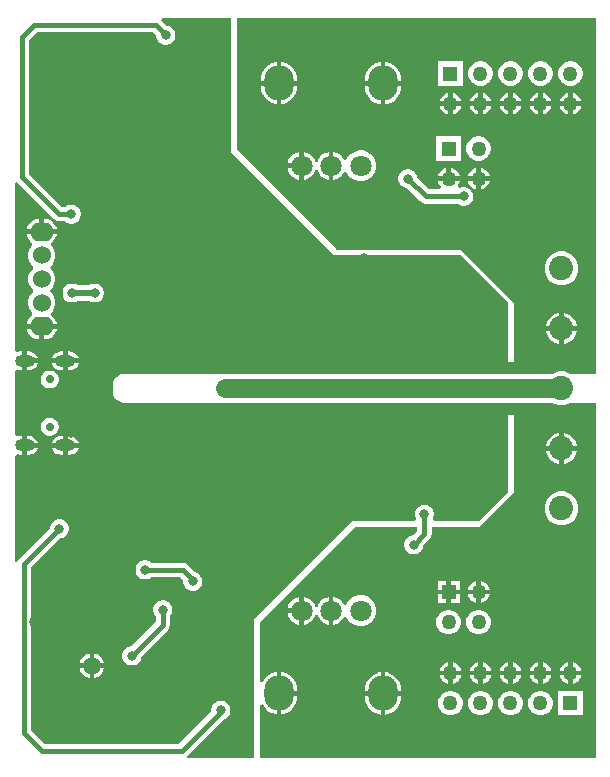
<source format=gbl>
G04*
G04 #@! TF.GenerationSoftware,Altium Limited,Altium Designer,21.2.2 (38)*
G04*
G04 Layer_Physical_Order=2*
G04 Layer_Color=16711680*
%FSLAX25Y25*%
%MOIN*%
G70*
G04*
G04 #@! TF.SameCoordinates,07A13E0E-324E-433A-AF3E-5CD10A4A6765*
G04*
G04*
G04 #@! TF.FilePolarity,Positive*
G04*
G01*
G75*
%ADD81C,0.01575*%
%ADD82C,0.01968*%
%ADD87C,0.06299*%
%ADD88O,0.09843X0.11811*%
%ADD89C,0.07087*%
%ADD90C,0.08071*%
%ADD91C,0.06000*%
%ADD92O,0.07874X0.06299*%
%ADD93C,0.05906*%
%ADD94C,0.05000*%
%ADD95R,0.05000X0.05000*%
%ADD96O,0.06693X0.03937*%
%ADD97C,0.02756*%
%ADD98R,0.05000X0.05000*%
%ADD99C,0.04724*%
%ADD100C,0.03150*%
G36*
X229890Y149450D02*
X221471D01*
X220669Y149913D01*
X219243Y150295D01*
X217765D01*
X216338Y149913D01*
X215537Y149450D01*
X106299D01*
X106299Y149450D01*
X72679Y149450D01*
X72306Y149450D01*
X71576Y149305D01*
X70888Y149020D01*
X70268Y148606D01*
X69742Y148079D01*
X69328Y147460D01*
X69043Y146772D01*
X68898Y146042D01*
X68898Y145669D01*
X68898Y145669D01*
X68898Y145669D01*
Y143328D01*
X69043Y142598D01*
X69328Y141910D01*
X69742Y141291D01*
X70268Y140764D01*
X70888Y140350D01*
X71576Y140065D01*
X72306Y139920D01*
X72679D01*
X72679Y139920D01*
X109055Y139920D01*
X215537D01*
X216338Y139457D01*
X217765Y139075D01*
X219243D01*
X220669Y139457D01*
X221471Y139920D01*
X229890D01*
Y21291D01*
X118110D01*
Y39209D01*
X118898Y39406D01*
X119311Y38633D01*
X120074Y37703D01*
X121003Y36941D01*
X122063Y36374D01*
X123213Y36025D01*
X123622Y35985D01*
Y43024D01*
Y50062D01*
X123213Y50022D01*
X122063Y49673D01*
X121003Y49106D01*
X120074Y48344D01*
X119311Y47415D01*
X118898Y46641D01*
X118110Y46838D01*
Y66929D01*
X149606Y98425D01*
X170426Y98425D01*
Y97061D01*
X169035Y95669D01*
X168877D01*
X168076Y95455D01*
X167357Y95040D01*
X166771Y94454D01*
X166356Y93735D01*
X166142Y92934D01*
Y92105D01*
X166356Y91304D01*
X166771Y90586D01*
X167357Y89999D01*
X168076Y89585D01*
X168877Y89370D01*
X169706D01*
X170507Y89585D01*
X171225Y89999D01*
X171812Y90586D01*
X172226Y91304D01*
X172441Y92105D01*
Y92263D01*
X174538Y94360D01*
X175060Y95141D01*
X175243Y96063D01*
Y98425D01*
X190945Y98425D01*
X202756Y110236D01*
X202756Y135827D01*
X200787D01*
Y110236D01*
X190945Y100394D01*
X175992D01*
X175562Y101181D01*
X175770Y101540D01*
X175984Y102341D01*
Y103171D01*
X175770Y103972D01*
X175355Y104690D01*
X174769Y105276D01*
X174050Y105691D01*
X173249Y105905D01*
X172420D01*
X171619Y105691D01*
X170901Y105276D01*
X170314Y104690D01*
X169900Y103972D01*
X169685Y103171D01*
Y102341D01*
X169900Y101540D01*
X170107Y101181D01*
X169677Y100394D01*
X148622D01*
X116142Y67913D01*
Y21291D01*
X93814D01*
X93576Y22078D01*
X93632Y22116D01*
X105891Y34374D01*
X106235Y34467D01*
X106954Y34881D01*
X107540Y35468D01*
X107955Y36186D01*
X108169Y36987D01*
Y37816D01*
X107955Y38617D01*
X107540Y39336D01*
X106954Y39922D01*
X106235Y40336D01*
X105434Y40551D01*
X104605D01*
X103804Y40336D01*
X103086Y39922D01*
X102499Y39336D01*
X102085Y38617D01*
X101870Y37816D01*
Y37166D01*
X90931Y26227D01*
X46273D01*
X41779Y30722D01*
Y59055D01*
X41679Y59557D01*
Y84966D01*
X51438Y94725D01*
X51596D01*
X52397Y94939D01*
X53115Y95354D01*
X53701Y95940D01*
X54116Y96658D01*
X54331Y97460D01*
Y98289D01*
X54116Y99090D01*
X53701Y99808D01*
X53115Y100394D01*
X52397Y100809D01*
X51596Y101024D01*
X50766D01*
X49965Y100809D01*
X49247Y100394D01*
X48661Y99808D01*
X48246Y99090D01*
X48031Y98289D01*
Y98131D01*
X37567Y87666D01*
X37045Y86885D01*
X37039Y86852D01*
X36251Y86930D01*
X36251Y122258D01*
X37039Y122756D01*
X37367Y122620D01*
X38189Y122512D01*
X38779D01*
Y125689D01*
Y128866D01*
X38189D01*
X37367Y128758D01*
X37039Y128622D01*
X36251Y129120D01*
X36251Y150408D01*
X37039Y150906D01*
X37367Y150770D01*
X38189Y150662D01*
X38779D01*
Y153839D01*
Y157015D01*
X38189D01*
X37367Y156907D01*
X37039Y156771D01*
X36251Y157269D01*
X36251Y213272D01*
X37039Y213511D01*
X37077Y213454D01*
X49478Y201053D01*
X50259Y200531D01*
X51181Y200347D01*
X53072D01*
X53184Y200236D01*
X53902Y199821D01*
X54703Y199606D01*
X55533D01*
X56334Y199821D01*
X57052Y200236D01*
X57638Y200822D01*
X58053Y201540D01*
X58268Y202341D01*
Y203171D01*
X58053Y203972D01*
X57638Y204690D01*
X57052Y205276D01*
X56334Y205691D01*
X55533Y205906D01*
X54703D01*
X53902Y205691D01*
X53184Y205276D01*
X53072Y205164D01*
X52179D01*
X41188Y216155D01*
Y260945D01*
X43582Y263340D01*
X82301D01*
X83511Y262130D01*
Y261971D01*
X83725Y261170D01*
X84140Y260452D01*
X84726Y259866D01*
X85444Y259451D01*
X86245Y259237D01*
X87075D01*
X87876Y259451D01*
X88594Y259866D01*
X89180Y260452D01*
X89595Y261170D01*
X89810Y261971D01*
Y262801D01*
X89595Y263602D01*
X89180Y264320D01*
X88594Y264906D01*
X87876Y265321D01*
X87075Y265536D01*
X86917D01*
X85160Y267292D01*
X85339Y267917D01*
X85456Y268079D01*
X108268D01*
X108268Y223425D01*
X142717Y188976D01*
X185039Y188976D01*
X200787Y173228D01*
Y153543D01*
X202756D01*
X202756Y173228D01*
X185039Y190945D01*
X143701Y190945D01*
X110236Y224409D01*
X110236Y268079D01*
X229890D01*
Y149450D01*
D02*
G37*
%LPC*%
G36*
X125197Y253444D02*
Y247193D01*
X130541D01*
Y247390D01*
X130423Y248586D01*
X130075Y249736D01*
X129508Y250796D01*
X128745Y251726D01*
X127816Y252488D01*
X126756Y253055D01*
X125606Y253404D01*
X125197Y253444D01*
D02*
G37*
G36*
X123622D02*
X123213Y253404D01*
X122063Y253055D01*
X121003Y252488D01*
X120073Y251726D01*
X119311Y250796D01*
X118744Y249736D01*
X118395Y248586D01*
X118278Y247390D01*
Y247193D01*
X123622D01*
Y253444D01*
D02*
G37*
G36*
X159842Y253385D02*
Y247134D01*
X165187D01*
Y247331D01*
X165069Y248527D01*
X164720Y249677D01*
X164154Y250737D01*
X163391Y251666D01*
X162462Y252429D01*
X161402Y252996D01*
X160251Y253345D01*
X159842Y253385D01*
D02*
G37*
G36*
X158268D02*
X157859Y253345D01*
X156709Y252996D01*
X155648Y252429D01*
X154719Y251666D01*
X153957Y250737D01*
X153390Y249677D01*
X153041Y248527D01*
X152923Y247331D01*
Y247134D01*
X158268D01*
Y253385D01*
D02*
G37*
G36*
X222032Y253681D02*
X220960D01*
X219923Y253403D01*
X218994Y252867D01*
X218235Y252108D01*
X217699Y251179D01*
X217421Y250143D01*
Y249070D01*
X217699Y248033D01*
X218235Y247104D01*
X218994Y246346D01*
X219923Y245809D01*
X220960Y245532D01*
X222032D01*
X223069Y245809D01*
X223998Y246346D01*
X224757Y247104D01*
X225293Y248033D01*
X225571Y249070D01*
Y250143D01*
X225293Y251179D01*
X224757Y252108D01*
X223998Y252867D01*
X223069Y253403D01*
X222032Y253681D01*
D02*
G37*
G36*
X212033D02*
X210960D01*
X209923Y253403D01*
X208994Y252867D01*
X208235Y252108D01*
X207699Y251179D01*
X207421Y250143D01*
Y249070D01*
X207699Y248033D01*
X208235Y247104D01*
X208994Y246346D01*
X209923Y245809D01*
X210960Y245532D01*
X212033D01*
X213069Y245809D01*
X213998Y246346D01*
X214757Y247104D01*
X215293Y248033D01*
X215571Y249070D01*
Y250143D01*
X215293Y251179D01*
X214757Y252108D01*
X213998Y252867D01*
X213069Y253403D01*
X212033Y253681D01*
D02*
G37*
G36*
X202032D02*
X200960D01*
X199923Y253403D01*
X198994Y252867D01*
X198235Y252108D01*
X197699Y251179D01*
X197421Y250143D01*
Y249070D01*
X197699Y248033D01*
X198235Y247104D01*
X198994Y246346D01*
X199923Y245809D01*
X200960Y245532D01*
X202032D01*
X203069Y245809D01*
X203998Y246346D01*
X204757Y247104D01*
X205293Y248033D01*
X205571Y249070D01*
Y250143D01*
X205293Y251179D01*
X204757Y252108D01*
X203998Y252867D01*
X203069Y253403D01*
X202032Y253681D01*
D02*
G37*
G36*
X192033D02*
X190960D01*
X189923Y253403D01*
X188994Y252867D01*
X188235Y252108D01*
X187699Y251179D01*
X187421Y250143D01*
Y249070D01*
X187699Y248033D01*
X188235Y247104D01*
X188994Y246346D01*
X189923Y245809D01*
X190960Y245532D01*
X192033D01*
X193069Y245809D01*
X193998Y246346D01*
X194757Y247104D01*
X195293Y248033D01*
X195571Y249070D01*
Y250143D01*
X195293Y251179D01*
X194757Y252108D01*
X193998Y252867D01*
X193069Y253403D01*
X192033Y253681D01*
D02*
G37*
G36*
X185571D02*
X177421D01*
Y245532D01*
X185571D01*
Y253681D01*
D02*
G37*
G36*
X192283Y243206D02*
Y240394D01*
X195096D01*
X194926Y241027D01*
X194442Y241867D01*
X193756Y242552D01*
X192917Y243037D01*
X192283Y243206D01*
D02*
G37*
G36*
X182283D02*
Y240394D01*
X185096D01*
X184926Y241027D01*
X184442Y241867D01*
X183756Y242552D01*
X182917Y243037D01*
X182283Y243206D01*
D02*
G37*
G36*
X222283D02*
Y240394D01*
X225096D01*
X224926Y241027D01*
X224442Y241867D01*
X223756Y242552D01*
X222917Y243037D01*
X222283Y243206D01*
D02*
G37*
G36*
X220709D02*
X220075Y243037D01*
X219236Y242552D01*
X218550Y241867D01*
X218066Y241027D01*
X217896Y240394D01*
X220709D01*
Y243206D01*
D02*
G37*
G36*
X212283D02*
Y240394D01*
X215096D01*
X214926Y241027D01*
X214442Y241867D01*
X213756Y242552D01*
X212917Y243037D01*
X212283Y243206D01*
D02*
G37*
G36*
X210709D02*
X210075Y243037D01*
X209236Y242552D01*
X208550Y241867D01*
X208066Y241027D01*
X207896Y240394D01*
X210709D01*
Y243206D01*
D02*
G37*
G36*
X202283D02*
Y240394D01*
X205096D01*
X204926Y241027D01*
X204442Y241867D01*
X203756Y242552D01*
X202917Y243037D01*
X202283Y243206D01*
D02*
G37*
G36*
X200709D02*
X200075Y243037D01*
X199236Y242552D01*
X198550Y241867D01*
X198066Y241027D01*
X197896Y240394D01*
X200709D01*
Y243206D01*
D02*
G37*
G36*
X190709D02*
X190075Y243037D01*
X189236Y242552D01*
X188550Y241867D01*
X188066Y241027D01*
X187896Y240394D01*
X190709D01*
Y243206D01*
D02*
G37*
G36*
X180709D02*
X180075Y243037D01*
X179236Y242552D01*
X178550Y241867D01*
X178066Y241027D01*
X177896Y240394D01*
X180709D01*
Y243206D01*
D02*
G37*
G36*
X130541Y245618D02*
X125197D01*
Y239367D01*
X125606Y239407D01*
X126756Y239756D01*
X127816Y240323D01*
X128745Y241085D01*
X129508Y242015D01*
X130075Y243075D01*
X130423Y244225D01*
X130541Y245421D01*
Y245618D01*
D02*
G37*
G36*
X123622D02*
X118278D01*
Y245421D01*
X118395Y244225D01*
X118744Y243075D01*
X119311Y242015D01*
X120073Y241085D01*
X121003Y240323D01*
X122063Y239756D01*
X123213Y239407D01*
X123622Y239367D01*
Y245618D01*
D02*
G37*
G36*
X165187Y245559D02*
X159842D01*
Y239308D01*
X160251Y239348D01*
X161402Y239697D01*
X162462Y240264D01*
X163391Y241026D01*
X164154Y241955D01*
X164720Y243016D01*
X165069Y244166D01*
X165187Y245362D01*
Y245559D01*
D02*
G37*
G36*
X158268D02*
X152923D01*
Y245362D01*
X153041Y244166D01*
X153390Y243016D01*
X153957Y241955D01*
X154719Y241026D01*
X155648Y240264D01*
X156709Y239697D01*
X157859Y239348D01*
X158268Y239308D01*
Y245559D01*
D02*
G37*
G36*
X195096Y238819D02*
X192283D01*
Y236006D01*
X192917Y236176D01*
X193756Y236661D01*
X194442Y237346D01*
X194926Y238185D01*
X195096Y238819D01*
D02*
G37*
G36*
X185096D02*
X182283D01*
Y236006D01*
X182917Y236176D01*
X183756Y236661D01*
X184442Y237346D01*
X184926Y238185D01*
X185096Y238819D01*
D02*
G37*
G36*
X225096D02*
X222283D01*
Y236006D01*
X222917Y236176D01*
X223756Y236661D01*
X224442Y237346D01*
X224926Y238185D01*
X225096Y238819D01*
D02*
G37*
G36*
X220709D02*
X217896D01*
X218066Y238185D01*
X218550Y237346D01*
X219236Y236661D01*
X220075Y236176D01*
X220709Y236006D01*
Y238819D01*
D02*
G37*
G36*
X215096D02*
X212283D01*
Y236006D01*
X212917Y236176D01*
X213756Y236661D01*
X214442Y237346D01*
X214926Y238185D01*
X215096Y238819D01*
D02*
G37*
G36*
X210709D02*
X207896D01*
X208066Y238185D01*
X208550Y237346D01*
X209236Y236661D01*
X210075Y236176D01*
X210709Y236006D01*
Y238819D01*
D02*
G37*
G36*
X205096D02*
X202283D01*
Y236006D01*
X202917Y236176D01*
X203756Y236661D01*
X204442Y237346D01*
X204926Y238185D01*
X205096Y238819D01*
D02*
G37*
G36*
X200709D02*
X197896D01*
X198066Y238185D01*
X198550Y237346D01*
X199236Y236661D01*
X200075Y236176D01*
X200709Y236006D01*
Y238819D01*
D02*
G37*
G36*
X190709D02*
X187896D01*
X188066Y238185D01*
X188550Y237346D01*
X189236Y236661D01*
X190075Y236176D01*
X190709Y236006D01*
Y238819D01*
D02*
G37*
G36*
X180709D02*
X177896D01*
X178066Y238185D01*
X178550Y237346D01*
X179236Y236661D01*
X180075Y236176D01*
X180709Y236006D01*
Y238819D01*
D02*
G37*
G36*
X152249Y223965D02*
X150901D01*
X149599Y223616D01*
X148432Y222942D01*
X147479Y221989D01*
X146861Y220918D01*
X146709Y220866D01*
X146534Y220845D01*
X146008Y220889D01*
X145513Y221747D01*
X144633Y222627D01*
X143556Y223249D01*
X142520Y223527D01*
Y218847D01*
Y214166D01*
X143556Y214444D01*
X144633Y215066D01*
X145513Y215946D01*
X146008Y216804D01*
X146534Y216848D01*
X146709Y216827D01*
X146861Y216775D01*
X147479Y215704D01*
X148432Y214751D01*
X149599Y214077D01*
X150901Y213728D01*
X152249D01*
X153550Y214077D01*
X154717Y214751D01*
X155670Y215704D01*
X156344Y216871D01*
X156693Y218173D01*
Y219520D01*
X156344Y220822D01*
X155670Y221989D01*
X154717Y222942D01*
X153550Y223616D01*
X152249Y223965D01*
D02*
G37*
G36*
X191481Y228642D02*
X190408D01*
X189372Y228364D01*
X188443Y227828D01*
X187684Y227069D01*
X187148Y226140D01*
X186870Y225103D01*
Y224030D01*
X187148Y222994D01*
X187684Y222065D01*
X188443Y221306D01*
X189372Y220770D01*
X190408Y220492D01*
X191481D01*
X192518Y220770D01*
X193447Y221306D01*
X194205Y222065D01*
X194742Y222994D01*
X195020Y224030D01*
Y225103D01*
X194742Y226140D01*
X194205Y227069D01*
X193447Y227828D01*
X192518Y228364D01*
X191481Y228642D01*
D02*
G37*
G36*
X185020D02*
X176870D01*
Y220492D01*
X185020D01*
Y228642D01*
D02*
G37*
G36*
X140945Y223527D02*
X139909Y223249D01*
X138831Y222627D01*
X137952Y221747D01*
X137330Y220670D01*
X137219Y220255D01*
X136403D01*
X136292Y220670D01*
X135670Y221747D01*
X134791Y222627D01*
X133713Y223249D01*
X132677Y223527D01*
Y218847D01*
Y214166D01*
X133713Y214444D01*
X134791Y215066D01*
X135670Y215946D01*
X136292Y217023D01*
X136403Y217438D01*
X137219D01*
X137330Y217023D01*
X137952Y215946D01*
X138831Y215066D01*
X139909Y214444D01*
X140945Y214166D01*
Y218847D01*
Y223527D01*
D02*
G37*
G36*
X131102D02*
X130066Y223249D01*
X128989Y222627D01*
X128109Y221747D01*
X127487Y220670D01*
X127210Y219634D01*
X131102D01*
Y223527D01*
D02*
G37*
G36*
X191732Y218167D02*
Y215354D01*
X194545D01*
X194375Y215988D01*
X193891Y216827D01*
X193205Y217512D01*
X192366Y217997D01*
X191732Y218167D01*
D02*
G37*
G36*
X181732D02*
Y215354D01*
X184545D01*
X184375Y215988D01*
X183890Y216827D01*
X183205Y217512D01*
X182366Y217997D01*
X181732Y218167D01*
D02*
G37*
G36*
X180157Y218167D02*
X179524Y217997D01*
X178685Y217512D01*
X177999Y216827D01*
X177515Y215988D01*
X177345Y215354D01*
X180157D01*
Y218167D01*
D02*
G37*
G36*
X190157D02*
X189524Y217997D01*
X188685Y217512D01*
X187999Y216827D01*
X187515Y215988D01*
X187345Y215354D01*
X190157D01*
Y218167D01*
D02*
G37*
G36*
X131102Y218059D02*
X127210D01*
X127487Y217023D01*
X128109Y215946D01*
X128989Y215066D01*
X130066Y214444D01*
X131102Y214166D01*
Y218059D01*
D02*
G37*
G36*
X190157Y213779D02*
X187345D01*
X187515Y213146D01*
X187999Y212307D01*
X188685Y211621D01*
X189524Y211137D01*
X190157Y210967D01*
Y213779D01*
D02*
G37*
G36*
X194545D02*
X191732D01*
Y210967D01*
X192366Y211137D01*
X193205Y211621D01*
X193891Y212307D01*
X194375Y213146D01*
X194545Y213779D01*
D02*
G37*
G36*
X167737Y217717D02*
X166908D01*
X166107Y217502D01*
X165389Y217087D01*
X164803Y216501D01*
X164388Y215783D01*
X164173Y214982D01*
Y214152D01*
X164388Y213351D01*
X164803Y212633D01*
X165389Y212047D01*
X166107Y211632D01*
X166908Y211417D01*
X167066D01*
X171525Y206958D01*
X172307Y206436D01*
X173228Y206253D01*
X183899D01*
X184011Y206141D01*
X184729Y205727D01*
X185530Y205512D01*
X186360D01*
X187161Y205727D01*
X187879Y206141D01*
X188465Y206728D01*
X188880Y207446D01*
X189094Y208247D01*
Y209076D01*
X188880Y209877D01*
X188465Y210595D01*
X187879Y211182D01*
X187161Y211596D01*
X186360Y211811D01*
X185530D01*
X184729Y211596D01*
X184465Y211444D01*
X184212Y211514D01*
X184019Y211990D01*
X183948Y212405D01*
X184375Y213146D01*
X184545Y213779D01*
X180945D01*
X177345D01*
X177515Y213146D01*
X177999Y212307D01*
X178449Y211857D01*
X178122Y211070D01*
X174226D01*
X170472Y214823D01*
Y214982D01*
X170258Y215783D01*
X169843Y216501D01*
X169257Y217087D01*
X168538Y217502D01*
X167737Y217717D01*
D02*
G37*
G36*
X46063Y201218D02*
D01*
Y197638D01*
X50327D01*
X50282Y197981D01*
X49846Y199034D01*
X49152Y199939D01*
X48247Y200633D01*
X47194Y201070D01*
X46063Y201218D01*
D02*
G37*
G36*
X44488D02*
X43358Y201070D01*
X42304Y200633D01*
X41399Y199939D01*
X40705Y199034D01*
X40269Y197981D01*
X40224Y197638D01*
X44488D01*
Y201218D01*
D02*
G37*
G36*
X219243Y190295D02*
X217765D01*
X216338Y189913D01*
X215059Y189174D01*
X214015Y188130D01*
X213276Y186851D01*
X212894Y185424D01*
Y183946D01*
X213276Y182520D01*
X214015Y181240D01*
X215059Y180196D01*
X216338Y179457D01*
X217765Y179075D01*
X219243D01*
X220669Y179457D01*
X221949Y180196D01*
X222993Y181240D01*
X223732Y182520D01*
X224114Y183946D01*
Y185424D01*
X223732Y186851D01*
X222993Y188130D01*
X221949Y189174D01*
X220669Y189913D01*
X219243Y190295D01*
D02*
G37*
G36*
X63301Y179604D02*
X62472D01*
X61671Y179389D01*
X61058Y179035D01*
X57219D01*
X56607Y179389D01*
X55806Y179604D01*
X54976D01*
X54175Y179389D01*
X53457Y178974D01*
X52871Y178388D01*
X52456Y177670D01*
X52241Y176869D01*
Y176039D01*
X52456Y175238D01*
X52871Y174520D01*
X53457Y173934D01*
X54175Y173519D01*
X54976Y173304D01*
X55806D01*
X56607Y173519D01*
X57219Y173873D01*
X61058D01*
X61671Y173519D01*
X62472Y173304D01*
X63301D01*
X64102Y173519D01*
X64820Y173934D01*
X65407Y174520D01*
X65821Y175238D01*
X66036Y176039D01*
Y176869D01*
X65821Y177670D01*
X65407Y178388D01*
X64820Y178974D01*
X64102Y179389D01*
X63301Y179604D01*
D02*
G37*
G36*
X50327Y196063D02*
X45276D01*
X40224D01*
X40269Y195720D01*
X40705Y194666D01*
X41399Y193762D01*
X42037Y193272D01*
X42061Y193236D01*
X42162Y192467D01*
X42121Y192291D01*
X41615Y191785D01*
X41012Y190742D01*
X40701Y189579D01*
Y188374D01*
X41012Y187211D01*
X41615Y186167D01*
X42240Y185542D01*
X42386Y185039D01*
X42240Y184537D01*
X41615Y183911D01*
X41012Y182868D01*
X40701Y181705D01*
Y180500D01*
X41012Y179337D01*
X41615Y178293D01*
X42240Y177668D01*
X42386Y177165D01*
X42240Y176663D01*
X41615Y176037D01*
X41012Y174994D01*
X40701Y173831D01*
Y172626D01*
X41012Y171463D01*
X41615Y170419D01*
X42121Y169913D01*
X42162Y169738D01*
X42061Y168968D01*
X42037Y168932D01*
X41399Y168443D01*
X40705Y167538D01*
X40269Y166485D01*
X40224Y166142D01*
X45276D01*
X50327D01*
X50282Y166485D01*
X49846Y167538D01*
X49152Y168443D01*
X48514Y168932D01*
X48490Y168968D01*
X48389Y169738D01*
X48430Y169913D01*
X48936Y170419D01*
X49539Y171463D01*
X49850Y172626D01*
Y173831D01*
X49539Y174994D01*
X48936Y176037D01*
X48311Y176663D01*
X48165Y177165D01*
X48311Y177668D01*
X48936Y178293D01*
X49539Y179337D01*
X49850Y180500D01*
Y181705D01*
X49539Y182868D01*
X48936Y183911D01*
X48311Y184537D01*
X48165Y185039D01*
X48311Y185542D01*
X48936Y186167D01*
X49539Y187211D01*
X49850Y188374D01*
Y189579D01*
X49539Y190742D01*
X48936Y191785D01*
X48430Y192291D01*
X48389Y192467D01*
X48490Y193236D01*
X48514Y193272D01*
X49152Y193762D01*
X49846Y194666D01*
X50282Y195720D01*
X50327Y196063D01*
D02*
G37*
G36*
X219291Y169875D02*
Y165472D01*
X223693D01*
X223365Y166699D01*
X222678Y167888D01*
X221707Y168859D01*
X220517Y169546D01*
X219291Y169875D01*
D02*
G37*
G36*
X217717D02*
X216490Y169546D01*
X215301Y168859D01*
X214330Y167888D01*
X213643Y166699D01*
X213314Y165472D01*
X217717D01*
Y169875D01*
D02*
G37*
G36*
X50327Y164567D02*
X46063D01*
Y160986D01*
X47194Y161135D01*
X48247Y161571D01*
X49152Y162266D01*
X49846Y163170D01*
X50282Y164224D01*
X50327Y164567D01*
D02*
G37*
G36*
X44488D02*
X40224D01*
X40269Y164224D01*
X40705Y163170D01*
X41399Y162266D01*
X42304Y161571D01*
X43358Y161135D01*
X44488Y160986D01*
D01*
Y164567D01*
D02*
G37*
G36*
X223693Y163898D02*
X219291D01*
Y159495D01*
X220517Y159824D01*
X221707Y160511D01*
X222678Y161482D01*
X223365Y162671D01*
X223693Y163898D01*
D02*
G37*
G36*
X217717D02*
X213314D01*
X213643Y162671D01*
X214330Y161482D01*
X215301Y160511D01*
X216490Y159824D01*
X217717Y159495D01*
Y163898D01*
D02*
G37*
G36*
X54527Y157015D02*
X53937D01*
Y154626D01*
X57601D01*
X57596Y154661D01*
X57279Y155427D01*
X56774Y156085D01*
X56116Y156590D01*
X55350Y156907D01*
X54527Y157015D01*
D02*
G37*
G36*
X40945D02*
X40354D01*
Y154626D01*
X44018D01*
X44013Y154661D01*
X43696Y155427D01*
X43191Y156085D01*
X42533Y156590D01*
X41767Y156907D01*
X40945Y157015D01*
D02*
G37*
G36*
X52362D02*
X51772D01*
X50949Y156907D01*
X50183Y156590D01*
X49525Y156085D01*
X49020Y155427D01*
X48703Y154661D01*
X48698Y154626D01*
X52362D01*
Y157015D01*
D02*
G37*
G36*
X57601Y153051D02*
X53937D01*
Y150662D01*
X54527D01*
X55350Y150770D01*
X56116Y151087D01*
X56774Y151592D01*
X57279Y152250D01*
X57596Y153016D01*
X57601Y153051D01*
D02*
G37*
G36*
X52362D02*
X48698D01*
X48703Y153016D01*
X49020Y152250D01*
X49525Y151592D01*
X50183Y151087D01*
X50949Y150770D01*
X51772Y150662D01*
X52362D01*
Y153051D01*
D02*
G37*
G36*
X44018D02*
X40354D01*
Y150662D01*
X40945D01*
X41767Y150770D01*
X42533Y151087D01*
X43191Y151592D01*
X43696Y152250D01*
X44013Y153016D01*
X44018Y153051D01*
D02*
G37*
G36*
X48322Y150591D02*
X47545D01*
X46793Y150389D01*
X46120Y150001D01*
X45570Y149451D01*
X45182Y148777D01*
X44980Y148027D01*
Y147249D01*
X45182Y146498D01*
X45570Y145825D01*
X46120Y145275D01*
X46793Y144886D01*
X47545Y144685D01*
X48322D01*
X49073Y144886D01*
X49746Y145275D01*
X50296Y145825D01*
X50685Y146498D01*
X50886Y147249D01*
Y148027D01*
X50685Y148777D01*
X50296Y149451D01*
X49746Y150001D01*
X49073Y150389D01*
X48322Y150591D01*
D02*
G37*
G36*
Y134843D02*
X47545D01*
X46793Y134641D01*
X46120Y134253D01*
X45570Y133703D01*
X45182Y133029D01*
X44980Y132279D01*
Y131501D01*
X45182Y130750D01*
X45570Y130077D01*
X46120Y129527D01*
X46793Y129138D01*
X47545Y128937D01*
X48322D01*
X49073Y129138D01*
X49746Y129527D01*
X50296Y130077D01*
X50685Y130750D01*
X50886Y131501D01*
Y132279D01*
X50685Y133029D01*
X50296Y133703D01*
X49746Y134253D01*
X49073Y134641D01*
X48322Y134843D01*
D02*
G37*
G36*
X54527Y128866D02*
X53937D01*
Y126476D01*
X57601D01*
X57596Y126511D01*
X57279Y127277D01*
X56774Y127935D01*
X56116Y128440D01*
X55350Y128758D01*
X54527Y128866D01*
D02*
G37*
G36*
X40945D02*
X40354D01*
Y126476D01*
X44018D01*
X44013Y126511D01*
X43696Y127277D01*
X43191Y127935D01*
X42533Y128440D01*
X41767Y128758D01*
X40945Y128866D01*
D02*
G37*
G36*
X52362D02*
X51772D01*
X50949Y128758D01*
X50183Y128440D01*
X49525Y127935D01*
X49020Y127277D01*
X48703Y126511D01*
X48698Y126476D01*
X52362D01*
Y128866D01*
D02*
G37*
G36*
X219291Y129875D02*
Y125472D01*
X223693D01*
X223365Y126699D01*
X222678Y127888D01*
X221707Y128859D01*
X220517Y129546D01*
X219291Y129875D01*
D02*
G37*
G36*
X217717D02*
X216490Y129546D01*
X215301Y128859D01*
X214330Y127888D01*
X213643Y126699D01*
X213314Y125472D01*
X217717D01*
Y129875D01*
D02*
G37*
G36*
X57601Y124902D02*
X53937D01*
Y122512D01*
X54527D01*
X55350Y122620D01*
X56116Y122938D01*
X56774Y123443D01*
X57279Y124101D01*
X57596Y124867D01*
X57601Y124902D01*
D02*
G37*
G36*
X52362D02*
X48698D01*
X48703Y124867D01*
X49020Y124101D01*
X49525Y123443D01*
X50183Y122938D01*
X50949Y122620D01*
X51772Y122512D01*
X52362D01*
Y124902D01*
D02*
G37*
G36*
X44018D02*
X40354D01*
Y122512D01*
X40945D01*
X41767Y122620D01*
X42533Y122938D01*
X43191Y123443D01*
X43696Y124101D01*
X44013Y124867D01*
X44018Y124902D01*
D02*
G37*
G36*
X223693Y123898D02*
X219291D01*
Y119495D01*
X220517Y119824D01*
X221707Y120511D01*
X222678Y121482D01*
X223365Y122671D01*
X223693Y123898D01*
D02*
G37*
G36*
X217717D02*
X213314D01*
X213643Y122671D01*
X214330Y121482D01*
X215301Y120511D01*
X216490Y119824D01*
X217717Y119495D01*
Y123898D01*
D02*
G37*
G36*
X219243Y110295D02*
X217765D01*
X216338Y109913D01*
X215059Y109174D01*
X214015Y108130D01*
X213276Y106851D01*
X212894Y105424D01*
Y103946D01*
X213276Y102520D01*
X214015Y101240D01*
X215059Y100196D01*
X216338Y99457D01*
X217765Y99075D01*
X219243D01*
X220669Y99457D01*
X221949Y100196D01*
X222993Y101240D01*
X223732Y102520D01*
X224114Y103946D01*
Y105424D01*
X223732Y106851D01*
X222993Y108130D01*
X221949Y109174D01*
X220669Y109913D01*
X219243Y110295D01*
D02*
G37*
G36*
X191732Y80372D02*
Y77559D01*
X194545D01*
X194375Y78193D01*
X193891Y79032D01*
X193205Y79717D01*
X192366Y80202D01*
X191732Y80372D01*
D02*
G37*
G36*
X184626Y80453D02*
X181732D01*
Y77559D01*
X184626D01*
Y80453D01*
D02*
G37*
G36*
X190157Y80372D02*
X189524Y80202D01*
X188685Y79717D01*
X187999Y79032D01*
X187515Y78193D01*
X187345Y77559D01*
X190157D01*
Y80372D01*
D02*
G37*
G36*
X180157Y80453D02*
X177264D01*
Y77559D01*
X180157D01*
Y80453D01*
D02*
G37*
G36*
X80139Y87323D02*
X79310D01*
X78509Y87108D01*
X77790Y86694D01*
X77204Y86107D01*
X76789Y85389D01*
X76575Y84588D01*
Y83759D01*
X76789Y82958D01*
X77204Y82239D01*
X77790Y81653D01*
X78509Y81238D01*
X79310Y81024D01*
X80139D01*
X80940Y81238D01*
X81658Y81653D01*
X81770Y81765D01*
X91246D01*
X92520Y80491D01*
Y79920D01*
X92734Y79119D01*
X93149Y78401D01*
X93735Y77814D01*
X94454Y77400D01*
X95255Y77185D01*
X96084D01*
X96885Y77400D01*
X97603Y77814D01*
X98190Y78401D01*
X98604Y79119D01*
X98819Y79920D01*
Y80749D01*
X98604Y81550D01*
X98190Y82269D01*
X97603Y82855D01*
X96885Y83270D01*
X96432Y83391D01*
X93947Y85876D01*
X93166Y86398D01*
X92244Y86582D01*
X81770D01*
X81658Y86694D01*
X80940Y87108D01*
X80139Y87323D01*
D02*
G37*
G36*
X194545Y75984D02*
X191732D01*
Y73172D01*
X192366Y73341D01*
X193205Y73826D01*
X193891Y74511D01*
X194375Y75351D01*
X194545Y75984D01*
D02*
G37*
G36*
X190157D02*
X187345D01*
X187515Y75351D01*
X187999Y74511D01*
X188685Y73826D01*
X189524Y73341D01*
X190157Y73172D01*
Y75984D01*
D02*
G37*
G36*
X184626D02*
X181732D01*
Y73090D01*
X184626D01*
Y75984D01*
D02*
G37*
G36*
X180157D02*
X177264D01*
Y73090D01*
X180157D01*
Y75984D01*
D02*
G37*
G36*
X152249Y75642D02*
X150901D01*
X149599Y75293D01*
X148432Y74619D01*
X147479Y73666D01*
X146861Y72596D01*
X146709Y72544D01*
X146534Y72522D01*
X146008Y72566D01*
X145513Y73425D01*
X144633Y74304D01*
X143556Y74926D01*
X142520Y75204D01*
Y70524D01*
Y65843D01*
X143556Y66121D01*
X144633Y66743D01*
X145513Y67623D01*
X146008Y68481D01*
X146534Y68525D01*
X146709Y68504D01*
X146861Y68452D01*
X147479Y67381D01*
X148432Y66428D01*
X149599Y65754D01*
X150901Y65405D01*
X152249D01*
X153550Y65754D01*
X154717Y66428D01*
X155670Y67381D01*
X156344Y68548D01*
X156693Y69850D01*
Y71197D01*
X156344Y72499D01*
X155670Y73666D01*
X154717Y74619D01*
X153550Y75293D01*
X152249Y75642D01*
D02*
G37*
G36*
X131102Y75204D02*
X130066Y74926D01*
X128989Y74304D01*
X128109Y73425D01*
X127487Y72347D01*
X127210Y71311D01*
X131102D01*
Y75204D01*
D02*
G37*
G36*
X132677D02*
Y70524D01*
Y65843D01*
X133713Y66121D01*
X134791Y66743D01*
X135670Y67623D01*
X136292Y68700D01*
X136404Y69115D01*
X137219D01*
X137330Y68700D01*
X137952Y67623D01*
X138831Y66743D01*
X139909Y66121D01*
X140945Y65843D01*
Y70524D01*
Y75204D01*
X139909Y74926D01*
X138831Y74304D01*
X137952Y73425D01*
X137330Y72347D01*
X137219Y71932D01*
X136404D01*
X136292Y72347D01*
X135670Y73425D01*
X134791Y74304D01*
X133713Y74926D01*
X132677Y75204D01*
D02*
G37*
G36*
X131102Y69736D02*
X127210D01*
X127487Y68700D01*
X128109Y67623D01*
X128989Y66743D01*
X130066Y66121D01*
X131102Y65843D01*
Y69736D01*
D02*
G37*
G36*
X191481Y70846D02*
X190408D01*
X189372Y70569D01*
X188443Y70032D01*
X187684Y69274D01*
X187148Y68344D01*
X186870Y67308D01*
Y66235D01*
X187148Y65199D01*
X187684Y64270D01*
X188443Y63511D01*
X189372Y62975D01*
X190408Y62697D01*
X191481D01*
X192518Y62975D01*
X193447Y63511D01*
X194205Y64270D01*
X194742Y65199D01*
X195020Y66235D01*
Y67308D01*
X194742Y68344D01*
X194205Y69274D01*
X193447Y70032D01*
X192518Y70569D01*
X191481Y70846D01*
D02*
G37*
G36*
X181481D02*
X180408D01*
X179372Y70569D01*
X178443Y70032D01*
X177684Y69274D01*
X177148Y68344D01*
X176870Y67308D01*
Y66235D01*
X177148Y65199D01*
X177684Y64270D01*
X178443Y63511D01*
X179372Y62975D01*
X180408Y62697D01*
X181481D01*
X182518Y62975D01*
X183447Y63511D01*
X184205Y64270D01*
X184742Y65199D01*
X185020Y66235D01*
Y67308D01*
X184742Y68344D01*
X184205Y69274D01*
X183447Y70032D01*
X182518Y70569D01*
X181481Y70846D01*
D02*
G37*
G36*
X62795Y56234D02*
Y52953D01*
X66077D01*
X65860Y53761D01*
X65316Y54704D01*
X64546Y55473D01*
X63604Y56018D01*
X62795Y56234D01*
D02*
G37*
G36*
X61221D02*
X60412Y56018D01*
X59470Y55473D01*
X58700Y54704D01*
X58156Y53761D01*
X57939Y52953D01*
X61221D01*
Y56234D01*
D02*
G37*
G36*
X86045Y74016D02*
X85215D01*
X84414Y73801D01*
X83696Y73387D01*
X83110Y72800D01*
X82695Y72082D01*
X82480Y71281D01*
Y70451D01*
X82695Y69650D01*
X83110Y68932D01*
X83221Y68820D01*
Y66776D01*
X75091Y58646D01*
X74933D01*
X74132Y58431D01*
X73414Y58016D01*
X72827Y57430D01*
X72413Y56712D01*
X72198Y55911D01*
Y55081D01*
X72413Y54280D01*
X72827Y53562D01*
X73414Y52976D01*
X74132Y52561D01*
X74933Y52346D01*
X75762D01*
X76563Y52561D01*
X77281Y52976D01*
X77868Y53562D01*
X78282Y54280D01*
X78497Y55081D01*
Y55240D01*
X87333Y64075D01*
X87855Y64857D01*
X88038Y65778D01*
Y68820D01*
X88150Y68932D01*
X88565Y69650D01*
X88779Y70451D01*
Y71281D01*
X88565Y72082D01*
X88150Y72800D01*
X87564Y73387D01*
X86846Y73801D01*
X86045Y74016D01*
D02*
G37*
G36*
X182283Y53364D02*
Y50551D01*
X185096D01*
X184926Y51185D01*
X184442Y52024D01*
X183756Y52709D01*
X182917Y53194D01*
X182283Y53364D01*
D02*
G37*
G36*
X202283D02*
Y50551D01*
X205096D01*
X204926Y51185D01*
X204442Y52024D01*
X203756Y52709D01*
X202917Y53194D01*
X202283Y53364D01*
D02*
G37*
G36*
X192283D02*
Y50551D01*
X195096D01*
X194926Y51185D01*
X194442Y52024D01*
X193756Y52709D01*
X192917Y53194D01*
X192283Y53364D01*
D02*
G37*
G36*
X222283D02*
Y50551D01*
X225096D01*
X224926Y51185D01*
X224442Y52024D01*
X223756Y52709D01*
X222917Y53194D01*
X222283Y53364D01*
D02*
G37*
G36*
X220709D02*
X220075Y53194D01*
X219236Y52709D01*
X218550Y52024D01*
X218066Y51185D01*
X217896Y50551D01*
X220709D01*
Y53364D01*
D02*
G37*
G36*
X212283D02*
Y50551D01*
X215096D01*
X214926Y51185D01*
X214442Y52024D01*
X213756Y52709D01*
X212917Y53194D01*
X212283Y53364D01*
D02*
G37*
G36*
X210709D02*
X210075Y53194D01*
X209236Y52709D01*
X208550Y52024D01*
X208066Y51185D01*
X207896Y50551D01*
X210709D01*
Y53364D01*
D02*
G37*
G36*
X180709D02*
X180075Y53194D01*
X179236Y52709D01*
X178550Y52024D01*
X178066Y51185D01*
X177896Y50551D01*
X180709D01*
Y53364D01*
D02*
G37*
G36*
X200709D02*
X200075Y53194D01*
X199236Y52709D01*
X198550Y52024D01*
X198066Y51185D01*
X197896Y50551D01*
X200709D01*
Y53364D01*
D02*
G37*
G36*
X190709D02*
X190075Y53194D01*
X189236Y52709D01*
X188550Y52024D01*
X188066Y51185D01*
X187896Y50551D01*
X190709D01*
Y53364D01*
D02*
G37*
G36*
X66077Y51378D02*
X62795D01*
Y48097D01*
X63604Y48313D01*
X64546Y48858D01*
X65316Y49627D01*
X65860Y50570D01*
X66077Y51378D01*
D02*
G37*
G36*
X61221D02*
X57939D01*
X58156Y50570D01*
X58700Y49627D01*
X59470Y48858D01*
X60412Y48313D01*
X61221Y48097D01*
Y51378D01*
D02*
G37*
G36*
X205096Y48976D02*
X202283D01*
Y46164D01*
X202917Y46334D01*
X203756Y46818D01*
X204442Y47504D01*
X204926Y48343D01*
X205096Y48976D01*
D02*
G37*
G36*
X195096D02*
X192283D01*
Y46164D01*
X192917Y46334D01*
X193756Y46818D01*
X194442Y47504D01*
X194926Y48343D01*
X195096Y48976D01*
D02*
G37*
G36*
X185096D02*
X182283D01*
Y46164D01*
X182917Y46334D01*
X183756Y46818D01*
X184442Y47504D01*
X184926Y48343D01*
X185096Y48976D01*
D02*
G37*
G36*
X225096D02*
X222283D01*
Y46164D01*
X222917Y46334D01*
X223756Y46818D01*
X224442Y47504D01*
X224926Y48343D01*
X225096Y48976D01*
D02*
G37*
G36*
X220709D02*
X217896D01*
X218066Y48343D01*
X218550Y47504D01*
X219236Y46818D01*
X220075Y46334D01*
X220709Y46164D01*
Y48976D01*
D02*
G37*
G36*
X215096D02*
X212283D01*
Y46164D01*
X212917Y46334D01*
X213756Y46818D01*
X214442Y47504D01*
X214926Y48343D01*
X215096Y48976D01*
D02*
G37*
G36*
X210709D02*
X207896D01*
X208066Y48343D01*
X208550Y47504D01*
X209236Y46818D01*
X210075Y46334D01*
X210709Y46164D01*
Y48976D01*
D02*
G37*
G36*
X200709D02*
X197896D01*
X198066Y48343D01*
X198550Y47504D01*
X199236Y46818D01*
X200075Y46334D01*
X200709Y46164D01*
Y48976D01*
D02*
G37*
G36*
X190709D02*
X187896D01*
X188066Y48343D01*
X188550Y47504D01*
X189236Y46818D01*
X190075Y46334D01*
X190709Y46164D01*
Y48976D01*
D02*
G37*
G36*
X180709D02*
X177896D01*
X178066Y48343D01*
X178550Y47504D01*
X179236Y46818D01*
X180075Y46334D01*
X180709Y46164D01*
Y48976D01*
D02*
G37*
G36*
X125197Y50062D02*
Y43811D01*
X130541D01*
Y44008D01*
X130424Y45204D01*
X130075Y46354D01*
X129508Y47415D01*
X128745Y48344D01*
X127816Y49106D01*
X126756Y49673D01*
X125606Y50022D01*
X125197Y50062D01*
D02*
G37*
G36*
X159843Y50003D02*
Y43752D01*
X165187D01*
Y43949D01*
X165069Y45145D01*
X164720Y46295D01*
X164154Y47355D01*
X163391Y48285D01*
X162462Y49047D01*
X161402Y49614D01*
X160251Y49963D01*
X159843Y50003D01*
D02*
G37*
G36*
X158268D02*
X157859Y49963D01*
X156709Y49614D01*
X155648Y49047D01*
X154719Y48285D01*
X153957Y47355D01*
X153390Y46295D01*
X153041Y45145D01*
X152923Y43949D01*
Y43752D01*
X158268D01*
Y50003D01*
D02*
G37*
G36*
X130541Y42236D02*
X125197D01*
Y35985D01*
X125606Y36025D01*
X126756Y36374D01*
X127816Y36941D01*
X128745Y37703D01*
X129508Y38633D01*
X130075Y39693D01*
X130424Y40843D01*
X130541Y42039D01*
Y42236D01*
D02*
G37*
G36*
X165187Y42177D02*
X159843D01*
Y35926D01*
X160251Y35966D01*
X161402Y36315D01*
X162462Y36882D01*
X163391Y37644D01*
X164154Y38574D01*
X164720Y39634D01*
X165069Y40784D01*
X165187Y41980D01*
Y42177D01*
D02*
G37*
G36*
X158268D02*
X152923D01*
Y41980D01*
X153041Y40784D01*
X153390Y39634D01*
X153957Y38574D01*
X154719Y37644D01*
X155648Y36882D01*
X156709Y36315D01*
X157859Y35966D01*
X158268Y35926D01*
Y42177D01*
D02*
G37*
G36*
X225571Y43839D02*
X217421D01*
Y35689D01*
X225571D01*
Y43839D01*
D02*
G37*
G36*
X212033D02*
X210960D01*
X209923Y43561D01*
X208994Y43024D01*
X208235Y42266D01*
X207699Y41337D01*
X207421Y40300D01*
Y39227D01*
X207699Y38191D01*
X208235Y37262D01*
X208994Y36503D01*
X209923Y35967D01*
X210960Y35689D01*
X212033D01*
X213069Y35967D01*
X213998Y36503D01*
X214757Y37262D01*
X215293Y38191D01*
X215571Y39227D01*
Y40300D01*
X215293Y41337D01*
X214757Y42266D01*
X213998Y43024D01*
X213069Y43561D01*
X212033Y43839D01*
D02*
G37*
G36*
X202032D02*
X200960D01*
X199923Y43561D01*
X198994Y43024D01*
X198235Y42266D01*
X197699Y41337D01*
X197421Y40300D01*
Y39227D01*
X197699Y38191D01*
X198235Y37262D01*
X198994Y36503D01*
X199923Y35967D01*
X200960Y35689D01*
X202032D01*
X203069Y35967D01*
X203998Y36503D01*
X204757Y37262D01*
X205293Y38191D01*
X205571Y39227D01*
Y40300D01*
X205293Y41337D01*
X204757Y42266D01*
X203998Y43024D01*
X203069Y43561D01*
X202032Y43839D01*
D02*
G37*
G36*
X192033D02*
X190960D01*
X189923Y43561D01*
X188994Y43024D01*
X188235Y42266D01*
X187699Y41337D01*
X187421Y40300D01*
Y39227D01*
X187699Y38191D01*
X188235Y37262D01*
X188994Y36503D01*
X189923Y35967D01*
X190960Y35689D01*
X192033D01*
X193069Y35967D01*
X193998Y36503D01*
X194757Y37262D01*
X195293Y38191D01*
X195571Y39227D01*
Y40300D01*
X195293Y41337D01*
X194757Y42266D01*
X193998Y43024D01*
X193069Y43561D01*
X192033Y43839D01*
D02*
G37*
G36*
X182033D02*
X180960D01*
X179923Y43561D01*
X178994Y43024D01*
X178235Y42266D01*
X177699Y41337D01*
X177421Y40300D01*
Y39227D01*
X177699Y38191D01*
X178235Y37262D01*
X178994Y36503D01*
X179923Y35967D01*
X180960Y35689D01*
X182033D01*
X183069Y35967D01*
X183998Y36503D01*
X184757Y37262D01*
X185293Y38191D01*
X185571Y39227D01*
Y40300D01*
X185293Y41337D01*
X184757Y42266D01*
X183998Y43024D01*
X183069Y43561D01*
X182033Y43839D01*
D02*
G37*
%LPD*%
D81*
X51181Y202756D02*
X55118D01*
X38780Y215158D02*
X51181Y202756D01*
X172835Y96063D02*
Y102756D01*
X169291Y92520D02*
X172835Y96063D01*
X173228Y208661D02*
X185945D01*
X167323Y214567D02*
X173228Y208661D01*
X104261Y36216D02*
X105020Y36975D01*
X91929Y23819D02*
X104261Y36150D01*
X45276Y23819D02*
X91929D01*
X105020Y36975D02*
Y37402D01*
X104261Y36150D02*
Y36216D01*
X39370Y29724D02*
X45276Y23819D01*
X39370Y29724D02*
Y59055D01*
X39270Y59155D02*
Y85963D01*
X51181Y97874D01*
X39270Y59155D02*
X39370Y59055D01*
X75348Y55496D02*
X85630Y65778D01*
Y70866D01*
X92244Y84173D02*
X95669Y80748D01*
Y80335D02*
Y80748D01*
X79724Y84173D02*
X92244D01*
X38780Y261943D02*
X42585Y265748D01*
X83298D01*
X38780Y215158D02*
Y261943D01*
X83298Y265748D02*
X86660Y262386D01*
Y262386D02*
Y262386D01*
D82*
X55391Y176454D02*
X62886D01*
X62886Y176454D01*
D87*
X106299Y144685D02*
X218504D01*
D88*
X159055Y246346D02*
D03*
X124409Y246406D02*
D03*
X159055Y42965D02*
D03*
X124409Y43024D02*
D03*
D89*
X151575Y218847D02*
D03*
X141732D02*
D03*
X131890D02*
D03*
X151575Y70524D02*
D03*
X141732D02*
D03*
X131890D02*
D03*
D90*
X218504Y164685D02*
D03*
Y144685D02*
D03*
Y124685D02*
D03*
Y184685D02*
D03*
Y104685D02*
D03*
D91*
X45276Y188976D02*
D03*
Y181102D02*
D03*
Y173228D02*
D03*
D92*
Y165354D02*
D03*
Y196850D02*
D03*
D93*
X62008Y52165D02*
D03*
D94*
X190945Y66772D02*
D03*
X180945D02*
D03*
X190945Y76772D02*
D03*
Y214567D02*
D03*
X180945D02*
D03*
X190945Y224567D02*
D03*
X191496Y49764D02*
D03*
Y39764D02*
D03*
X201496D02*
D03*
Y49764D02*
D03*
X211496D02*
D03*
Y39764D02*
D03*
X221496Y49764D02*
D03*
X181496D02*
D03*
Y39764D02*
D03*
X211496Y239606D02*
D03*
Y249606D02*
D03*
X201496D02*
D03*
Y239606D02*
D03*
X191496D02*
D03*
Y249606D02*
D03*
X181496Y239606D02*
D03*
X221496D02*
D03*
Y249606D02*
D03*
D95*
X180945Y76772D02*
D03*
Y224567D02*
D03*
D96*
X39567Y125689D02*
D03*
Y153839D02*
D03*
X53149D02*
D03*
Y125689D02*
D03*
D97*
X47933Y131890D02*
D03*
Y147638D02*
D03*
D98*
X221496Y39764D02*
D03*
X181496Y249606D02*
D03*
D99*
X59168Y66654D02*
D03*
X43420D02*
D03*
X59055Y234252D02*
D03*
X43307D02*
D03*
X106299Y144685D02*
D03*
X90551Y122047D02*
D03*
X96457D02*
D03*
X102362D02*
D03*
D100*
X183071Y175197D02*
D03*
X55118Y202756D02*
D03*
X55391Y176454D02*
D03*
X116142Y74803D02*
D03*
X198819Y102362D02*
D03*
X169291Y92520D02*
D03*
X185945Y208661D02*
D03*
X167323Y214567D02*
D03*
X152874Y188189D02*
D03*
X41535Y143701D02*
D03*
X118110Y157480D02*
D03*
Y173228D02*
D03*
X114173Y110236D02*
D03*
X86614Y106299D02*
D03*
X98425Y185039D02*
D03*
X224410Y263779D02*
D03*
X200787D02*
D03*
X177165D02*
D03*
X153543D02*
D03*
X129921D02*
D03*
Y26772D02*
D03*
X153543D02*
D03*
X177165D02*
D03*
X200787D02*
D03*
X224410D02*
D03*
X41535Y137795D02*
D03*
Y131890D02*
D03*
X55118Y129921D02*
D03*
X90551Y177165D02*
D03*
X105020Y37402D02*
D03*
X51181Y97874D02*
D03*
X75348Y55496D02*
D03*
X85630Y70866D02*
D03*
X112205Y26772D02*
D03*
X114173Y80335D02*
D03*
X95669D02*
D03*
X79724Y84173D02*
D03*
X85433Y240551D02*
D03*
X97736Y251969D02*
D03*
X86660Y262386D02*
D03*
X65175Y224195D02*
D03*
X70866Y122638D02*
D03*
X105020Y224016D02*
D03*
X62886Y176454D02*
D03*
X41339Y116142D02*
D03*
X93701Y214035D02*
D03*
X105118D02*
D03*
X66929Y188976D02*
D03*
X137795Y175197D02*
D03*
X137795Y155512D02*
D03*
Y135827D02*
D03*
Y116142D02*
D03*
X183071Y116142D02*
D03*
Y135827D02*
D03*
X183071Y155512D02*
D03*
X199606Y94095D02*
D03*
X204724Y196063D02*
D03*
X148819Y198031D02*
D03*
X172835Y102756D02*
D03*
M02*

</source>
